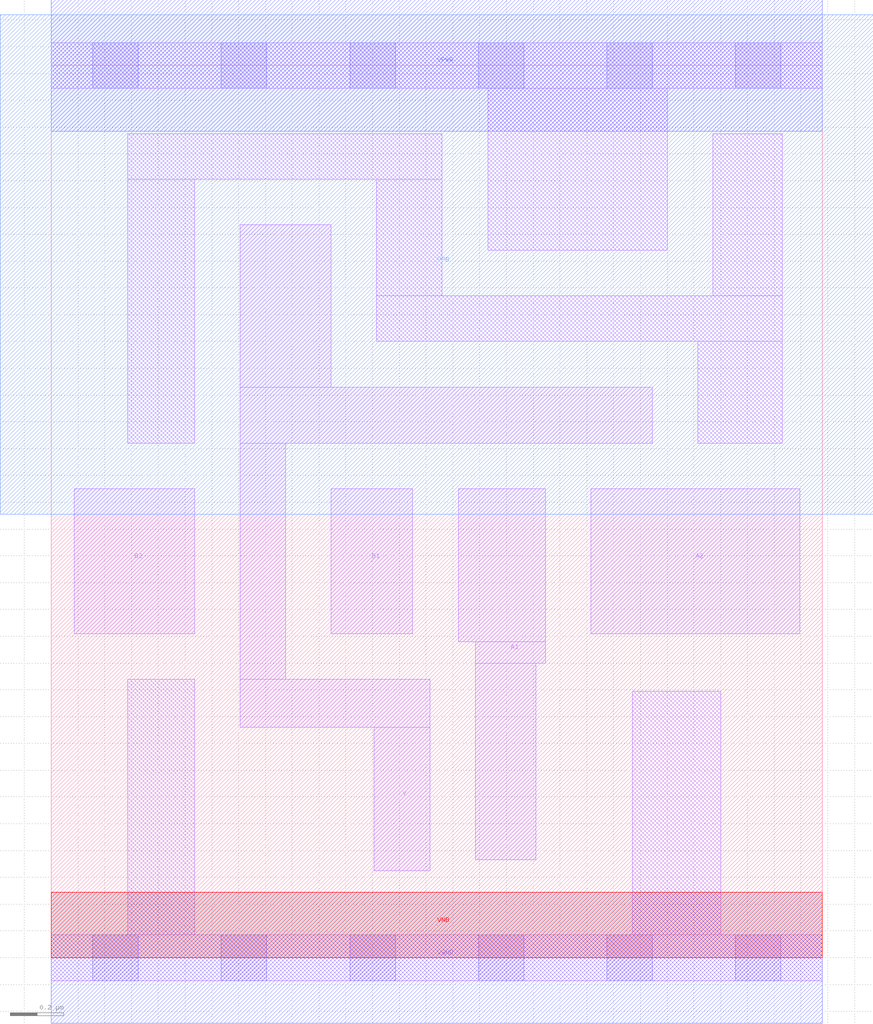
<source format=lef>
# Copyright 2020 The SkyWater PDK Authors
#
# Licensed under the Apache License, Version 2.0 (the "License");
# you may not use this file except in compliance with the License.
# You may obtain a copy of the License at
#
#     https://www.apache.org/licenses/LICENSE-2.0
#
# Unless required by applicable law or agreed to in writing, software
# distributed under the License is distributed on an "AS IS" BASIS,
# WITHOUT WARRANTIES OR CONDITIONS OF ANY KIND, either express or implied.
# See the License for the specific language governing permissions and
# limitations under the License.
#
# SPDX-License-Identifier: Apache-2.0

VERSION 5.7 ;
  NOWIREEXTENSIONATPIN ON ;
  DIVIDERCHAR "/" ;
  BUSBITCHARS "[]" ;
MACRO sky130_fd_sc_lp__a22oi_1
  CLASS CORE ;
  FOREIGN sky130_fd_sc_lp__a22oi_1 ;
  ORIGIN  0.000000  0.000000 ;
  SIZE  2.880000 BY  3.330000 ;
  SYMMETRY X Y R90 ;
  SITE unit ;
  PIN A1
    ANTENNAGATEAREA  0.315000 ;
    DIRECTION INPUT ;
    USE SIGNAL ;
    PORT
      LAYER li1 ;
        RECT 1.520000 1.180000 1.845000 1.750000 ;
        RECT 1.585000 0.365000 1.810000 1.100000 ;
        RECT 1.585000 1.100000 1.845000 1.180000 ;
    END
  END A1
  PIN A2
    ANTENNAGATEAREA  0.315000 ;
    DIRECTION INPUT ;
    USE SIGNAL ;
    PORT
      LAYER li1 ;
        RECT 2.015000 1.210000 2.795000 1.750000 ;
    END
  END A2
  PIN B1
    ANTENNAGATEAREA  0.315000 ;
    DIRECTION INPUT ;
    USE SIGNAL ;
    PORT
      LAYER li1 ;
        RECT 1.045000 1.210000 1.350000 1.750000 ;
    END
  END B1
  PIN B2
    ANTENNAGATEAREA  0.315000 ;
    DIRECTION INPUT ;
    USE SIGNAL ;
    PORT
      LAYER li1 ;
        RECT 0.085000 1.210000 0.535000 1.750000 ;
    END
  END B2
  PIN Y
    ANTENNADIFFAREA  0.693000 ;
    DIRECTION OUTPUT ;
    USE SIGNAL ;
    PORT
      LAYER li1 ;
        RECT 0.705000 0.860000 1.415000 1.040000 ;
        RECT 0.705000 1.040000 0.875000 1.920000 ;
        RECT 0.705000 1.920000 2.245000 2.130000 ;
        RECT 0.705000 2.130000 1.045000 2.735000 ;
        RECT 1.205000 0.325000 1.415000 0.860000 ;
    END
  END Y
  PIN VGND
    DIRECTION INOUT ;
    USE GROUND ;
    PORT
      LAYER met1 ;
        RECT 0.000000 -0.245000 2.880000 0.245000 ;
    END
  END VGND
  PIN VNB
    DIRECTION INOUT ;
    USE GROUND ;
    PORT
      LAYER pwell ;
        RECT 0.000000 0.000000 2.880000 0.245000 ;
    END
  END VNB
  PIN VPB
    DIRECTION INOUT ;
    USE POWER ;
    PORT
      LAYER nwell ;
        RECT -0.190000 1.655000 3.070000 3.520000 ;
    END
  END VPB
  PIN VPWR
    DIRECTION INOUT ;
    USE POWER ;
    PORT
      LAYER met1 ;
        RECT 0.000000 3.085000 2.880000 3.575000 ;
    END
  END VPWR
  OBS
    LAYER li1 ;
      RECT 0.000000 -0.085000 2.880000 0.085000 ;
      RECT 0.000000  3.245000 2.880000 3.415000 ;
      RECT 0.285000  0.085000 0.535000 1.040000 ;
      RECT 0.285000  1.920000 0.535000 2.905000 ;
      RECT 0.285000  2.905000 1.460000 3.075000 ;
      RECT 1.215000  2.300000 2.730000 2.470000 ;
      RECT 1.215000  2.470000 1.460000 2.905000 ;
      RECT 1.630000  2.640000 2.300000 3.245000 ;
      RECT 2.170000  0.085000 2.500000 0.995000 ;
      RECT 2.415000  1.920000 2.730000 2.300000 ;
      RECT 2.470000  2.470000 2.730000 3.075000 ;
    LAYER mcon ;
      RECT 0.155000 -0.085000 0.325000 0.085000 ;
      RECT 0.155000  3.245000 0.325000 3.415000 ;
      RECT 0.635000 -0.085000 0.805000 0.085000 ;
      RECT 0.635000  3.245000 0.805000 3.415000 ;
      RECT 1.115000 -0.085000 1.285000 0.085000 ;
      RECT 1.115000  3.245000 1.285000 3.415000 ;
      RECT 1.595000 -0.085000 1.765000 0.085000 ;
      RECT 1.595000  3.245000 1.765000 3.415000 ;
      RECT 2.075000 -0.085000 2.245000 0.085000 ;
      RECT 2.075000  3.245000 2.245000 3.415000 ;
      RECT 2.555000 -0.085000 2.725000 0.085000 ;
      RECT 2.555000  3.245000 2.725000 3.415000 ;
  END
END sky130_fd_sc_lp__a22oi_1
END LIBRARY

</source>
